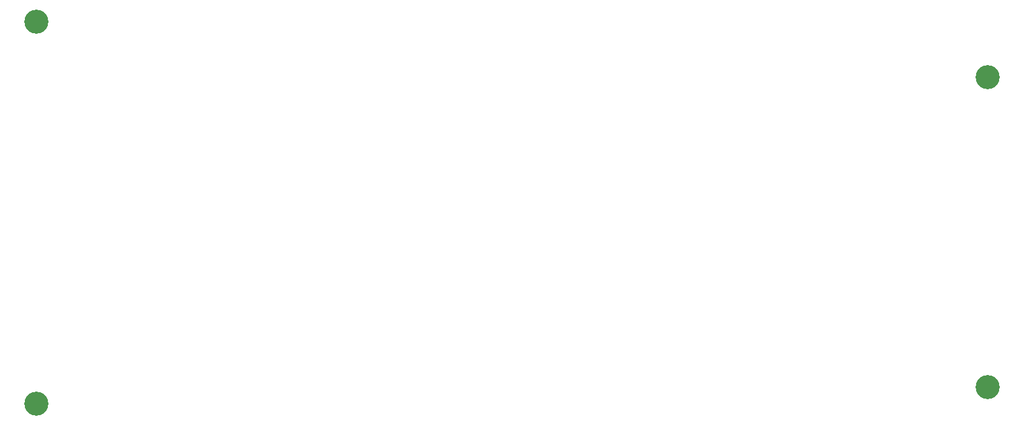
<source format=gbr>
%TF.GenerationSoftware,KiCad,Pcbnew,7.0.5*%
%TF.CreationDate,2023-06-12T17:22:30-04:00*%
%TF.ProjectId,PrawnDO_Breakout_Connectorized,50726177-6e44-44f5-9f42-7265616b6f75,rev?*%
%TF.SameCoordinates,Original*%
%TF.FileFunction,NonPlated,1,2,NPTH,Drill*%
%TF.FilePolarity,Positive*%
%FSLAX46Y46*%
G04 Gerber Fmt 4.6, Leading zero omitted, Abs format (unit mm)*
G04 Created by KiCad (PCBNEW 7.0.5) date 2023-06-12 17:22:30*
%MOMM*%
%LPD*%
G01*
G04 APERTURE LIST*
%TA.AperFunction,ComponentDrill*%
%ADD10C,3.200000*%
%TD*%
G04 APERTURE END LIST*
D10*
%TO.C,REF\u002A\u002A*%
X83194448Y-77137500D03*
X83194448Y-127837500D03*
X209394448Y-84437500D03*
X209394448Y-125637500D03*
M02*

</source>
